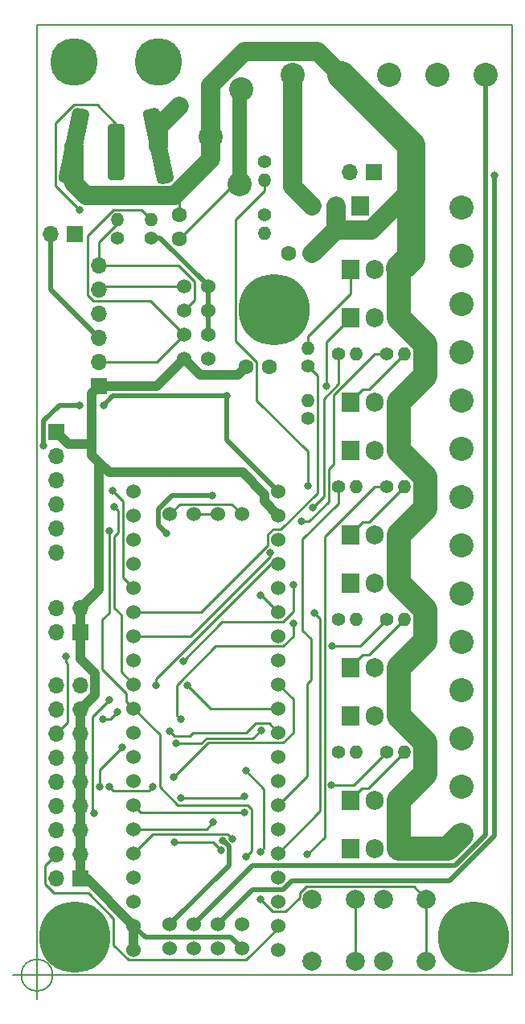
<source format=gbr>
%TF.GenerationSoftware,KiCad,Pcbnew,(5.99.0-1450-gc67d5d7f2)*%
%TF.CreationDate,2020-04-28T18:22:32-07:00*%
%TF.ProjectId,DMX_CTRL,444d585f-4354-4524-9c2e-6b696361645f,rev?*%
%TF.SameCoordinates,PX4c4b400PY8f0d180*%
%TF.FileFunction,Copper,L1,Top*%
%TF.FilePolarity,Positive*%
%FSLAX46Y46*%
G04 Gerber Fmt 4.6, Leading zero omitted, Abs format (unit mm)*
G04 Created by KiCad (PCBNEW (5.99.0-1450-gc67d5d7f2)) date 2020-04-28 18:22:32*
%MOMM*%
%LPD*%
G01*
G04 APERTURE LIST*
%TA.AperFunction,Profile*%
%ADD10C,0.150000*%
%TD*%
%TA.AperFunction,ComponentPad*%
%ADD11C,1.524000*%
%TD*%
%TA.AperFunction,ComponentPad*%
%ADD12O,1.905000X2.000000*%
%TD*%
%TA.AperFunction,ComponentPad*%
%ADD13R,1.905000X2.000000*%
%TD*%
%TA.AperFunction,ComponentPad*%
%ADD14C,5.000000*%
%TD*%
%TA.AperFunction,ComponentPad*%
%ADD15C,2.000000*%
%TD*%
%TA.AperFunction,ComponentPad*%
%ADD16O,1.400000X1.400000*%
%TD*%
%TA.AperFunction,ComponentPad*%
%ADD17C,1.400000*%
%TD*%
%TA.AperFunction,ComponentPad*%
%ADD18C,7.500000*%
%TD*%
%TA.AperFunction,ComponentPad*%
%ADD19C,2.540000*%
%TD*%
%TA.AperFunction,ComponentPad*%
%ADD20C,1.600000*%
%TD*%
%TA.AperFunction,ComponentPad*%
%ADD21R,1.700000X1.700000*%
%TD*%
%TA.AperFunction,ComponentPad*%
%ADD22O,1.700000X1.700000*%
%TD*%
%TA.AperFunction,ViaPad*%
%ADD23C,0.800000*%
%TD*%
%TA.AperFunction,Conductor*%
%ADD24C,0.250000*%
%TD*%
%TA.AperFunction,Conductor*%
%ADD25C,0.500000*%
%TD*%
%TA.AperFunction,Conductor*%
%ADD26C,2.500000*%
%TD*%
%TA.AperFunction,Conductor*%
%ADD27C,2.000000*%
%TD*%
%TA.AperFunction,Conductor*%
%ADD28C,3.000000*%
%TD*%
%TA.AperFunction,Conductor*%
%ADD29C,1.000000*%
%TD*%
%TA.AperFunction,Conductor*%
%ADD30C,1.500000*%
%TD*%
G04 APERTURE END LIST*
D10*
X1666666Y0D02*
G75*
G03*
X1666666Y0I-1666666J0D01*
G01*
X-2500000Y0D02*
X2500000Y0D01*
X0Y2500000D02*
X0Y-2500000D01*
X0Y100000000D02*
X0Y0D01*
X50000000Y100000000D02*
X0Y100000000D01*
X50000000Y0D02*
X50000000Y100000000D01*
X0Y0D02*
X50000000Y0D01*
D11*
X10170000Y2680000D03*
X10170000Y15380000D03*
X10170000Y33160000D03*
X10170000Y43320000D03*
X10170000Y5220000D03*
X10170000Y28080000D03*
X10170000Y10300000D03*
X10170000Y12840000D03*
X10170000Y7760000D03*
X10170000Y30620000D03*
X10170000Y25540000D03*
X10170000Y38240000D03*
X10170000Y17920000D03*
X10170000Y45860000D03*
X10170000Y40780000D03*
X10170000Y35700000D03*
X10170000Y48400000D03*
X10170000Y23000000D03*
X10170000Y50940000D03*
X10170000Y20460000D03*
X25410000Y2680000D03*
X25410000Y5220000D03*
X25410000Y7760000D03*
X25410000Y10300000D03*
X25410000Y12840000D03*
X25410000Y20460000D03*
X25410000Y15380000D03*
X25410000Y17920000D03*
X25410000Y23000000D03*
X25410000Y25540000D03*
X25410000Y28080000D03*
X25410000Y33160000D03*
X25410000Y30620000D03*
X25410000Y35700000D03*
X25410000Y38240000D03*
X25410000Y45860000D03*
X25410000Y40780000D03*
X25410000Y43320000D03*
X25410000Y48400000D03*
X25410000Y50940000D03*
D12*
X28920000Y81000000D03*
X31460000Y81000000D03*
D13*
X34000000Y81000000D03*
D12*
X38100000Y13335000D03*
X35560000Y13335000D03*
D13*
X33020000Y13335000D03*
D12*
X38100000Y18415000D03*
X35560000Y18415000D03*
D13*
X33020000Y18415000D03*
D12*
X38100000Y27305000D03*
X35560000Y27305000D03*
D13*
X33020000Y27305000D03*
D12*
X38100000Y32385000D03*
X35560000Y32385000D03*
D13*
X33020000Y32385000D03*
D12*
X38100000Y41275000D03*
X35560000Y41275000D03*
D13*
X33020000Y41275000D03*
D12*
X38100000Y46355000D03*
X35560000Y46355000D03*
D13*
X33020000Y46355000D03*
D12*
X38100000Y60325000D03*
X35560000Y60325000D03*
D13*
X33020000Y60325000D03*
D12*
X38100000Y55245000D03*
X35560000Y55245000D03*
D13*
X33020000Y55245000D03*
D12*
X38100000Y69215000D03*
X35560000Y69215000D03*
D13*
X33020000Y69215000D03*
D12*
X38100000Y74295000D03*
X35560000Y74295000D03*
D13*
X33020000Y74295000D03*
D11*
X21620000Y2780000D03*
X19080000Y2780000D03*
X16540000Y2780000D03*
X14000000Y2780000D03*
X14000000Y5320000D03*
X16540000Y5320000D03*
X19080000Y5320000D03*
X21620000Y5320000D03*
X21620000Y48500000D03*
X19080000Y48500000D03*
X16540000Y48500000D03*
X14000000Y48500000D03*
D14*
X12780000Y96160000D03*
X3890000Y96160000D03*
%TA.AperFunction,SMDPad,CuDef*%
G36*
G01*
X14051813Y83450970D02*
X13171480Y83263850D01*
G75*
G02*
X12637754Y83610456I-93560J440166D01*
G01*
X11161581Y90555304D01*
G75*
G02*
X11508187Y91089030I440166J93560D01*
G01*
X12388520Y91276150D01*
G75*
G02*
X12922246Y90929544I93560J-440166D01*
G01*
X14398419Y83984696D01*
G75*
G02*
X14051813Y83450970I-440166J-93560D01*
G01*
G37*
%TD.AperFunction*%
%TA.AperFunction,SMDPad,CuDef*%
G36*
G01*
X8785000Y83635000D02*
X7885000Y83635000D01*
G75*
G02*
X7435000Y84085000I0J450000D01*
G01*
X7435000Y89185000D01*
G75*
G02*
X7885000Y89635000I450000J0D01*
G01*
X8785000Y89635000D01*
G75*
G02*
X9235000Y89185000I0J-450000D01*
G01*
X9235000Y84085000D01*
G75*
G02*
X8785000Y83635000I-450000J0D01*
G01*
G37*
%TD.AperFunction*%
%TA.AperFunction,SMDPad,CuDef*%
G36*
G01*
X3498520Y83263849D02*
X2618187Y83450970D01*
G75*
G02*
X2271581Y83984696I93560J440166D01*
G01*
X3747754Y90929544D01*
G75*
G02*
X4281480Y91276150I440166J-93560D01*
G01*
X5161813Y91089030D01*
G75*
G02*
X5508419Y90555304I-93560J-440166D01*
G01*
X4032246Y83610456D01*
G75*
G02*
X3498520Y83263850I-440166J93560D01*
G01*
G37*
%TD.AperFunction*%
D15*
X41000000Y1500000D03*
X36500000Y1500000D03*
X41000000Y8000000D03*
X36500000Y8000000D03*
D16*
X12000000Y79500000D03*
D17*
X12000000Y77600000D03*
D16*
X8500000Y79500000D03*
D17*
X8500000Y77600000D03*
D18*
X46000000Y4000000D03*
D11*
X18040000Y72500000D03*
X18040000Y69960000D03*
X18040000Y67420000D03*
X18040000Y64880000D03*
X15500000Y64880000D03*
X15500000Y67420000D03*
X15500000Y69960000D03*
X15500000Y72500000D03*
D17*
X24000000Y85600000D03*
D16*
X24000000Y83700000D03*
D19*
X21500000Y93218000D03*
X21300000Y83218000D03*
X18300000Y88218000D03*
D20*
X15000000Y77500000D03*
X15000000Y80000000D03*
X26500000Y76000000D03*
X29000000Y76000000D03*
X24500000Y64000000D03*
X22000000Y64000000D03*
D18*
X4000000Y4000000D03*
X25000000Y70000000D03*
D21*
X4572000Y36068000D03*
D22*
X2032000Y36068000D03*
X4572000Y38608000D03*
X2032000Y38608000D03*
D21*
X4572000Y10160000D03*
D22*
X2032000Y10160000D03*
X4572000Y12700000D03*
X2032000Y12700000D03*
X4572000Y15240000D03*
X2032000Y15240000D03*
X4572000Y17780000D03*
X2032000Y17780000D03*
X4572000Y20320000D03*
X2032000Y20320000D03*
X4572000Y22860000D03*
X2032000Y22860000D03*
X4572000Y25400000D03*
X2032000Y25400000D03*
X4572000Y27940000D03*
X2032000Y27940000D03*
X4572000Y30480000D03*
X2032000Y30480000D03*
X32960000Y84500000D03*
D21*
X35500000Y84500000D03*
X2000000Y57150000D03*
D22*
X2000000Y54610000D03*
X2000000Y52070000D03*
X2000000Y49530000D03*
X2000000Y46990000D03*
X2000000Y44450000D03*
D21*
X4000000Y78000000D03*
D22*
X1460000Y78000000D03*
X6500000Y74700000D03*
X6500000Y72160000D03*
X6500000Y69620000D03*
X6500000Y67080000D03*
X6500000Y64540000D03*
D21*
X6500000Y62000000D03*
D17*
X31750000Y65405000D03*
D16*
X33650000Y65405000D03*
X38730000Y51435000D03*
D17*
X36830000Y51435000D03*
X31750000Y51435000D03*
D16*
X33650000Y51435000D03*
X38730000Y37465000D03*
D17*
X36830000Y37465000D03*
X31750000Y37465000D03*
D16*
X33650000Y37465000D03*
X38730000Y23495000D03*
D17*
X36830000Y23495000D03*
D16*
X33650000Y23495000D03*
D17*
X31750000Y23495000D03*
X28500000Y64100000D03*
D16*
X28500000Y66000000D03*
D17*
X28500000Y58600000D03*
D16*
X28500000Y60500000D03*
X38730000Y65405000D03*
D17*
X36830000Y65405000D03*
D16*
X24000000Y78100000D03*
D17*
X24000000Y80000000D03*
D15*
X33500000Y1500000D03*
X29000000Y1500000D03*
X33500000Y8000000D03*
X29000000Y8000000D03*
D19*
X44704000Y14732000D03*
X44704000Y19812000D03*
X44704000Y24892000D03*
X44704000Y29972000D03*
X44704000Y35052000D03*
X44704000Y40132000D03*
X44704000Y45212000D03*
X44704000Y50292000D03*
X44704000Y55372000D03*
X44704000Y60452000D03*
X44704000Y65532000D03*
X44704000Y70612000D03*
X44704000Y75692000D03*
X44704000Y80772000D03*
X26924000Y94742000D03*
X32004000Y94742000D03*
X37084000Y94742000D03*
X42164000Y94742000D03*
X47244000Y94742000D03*
D23*
X48200000Y84200000D03*
X6600000Y19800000D03*
X9000000Y24000000D03*
X4500000Y80500000D03*
X6000000Y17000000D03*
X21875032Y17142299D03*
X18576596Y16101915D03*
X19374089Y13151231D03*
X13638009Y46482102D03*
X14674957Y24379349D03*
X15374968Y33020000D03*
X15124968Y18675021D03*
X15124968Y26924000D03*
X21875032Y18792869D03*
X19539263Y14137507D03*
X15824979Y30543852D03*
X23500000Y8000000D03*
X14399958Y20828000D03*
X20617852Y14367567D03*
X14500000Y14000000D03*
X31000000Y20000000D03*
X27000000Y37000000D03*
X18500000Y50500000D03*
X22000000Y12500000D03*
X30497891Y62002109D03*
X699999Y55699999D03*
X4500000Y60000000D03*
X7000000Y60000000D03*
X20000000Y61000000D03*
X24549154Y44450846D03*
X23500000Y13000000D03*
X28500000Y51500000D03*
X22000000Y21500000D03*
X23500000Y40000000D03*
X15000000Y91500000D03*
X12500000Y30500000D03*
X8000000Y51000000D03*
X27031474Y41090202D03*
X27852639Y47752000D03*
X31089032Y34634153D03*
X23585010Y25781605D03*
X28448000Y12700000D03*
X29244943Y38144263D03*
X29027659Y49204341D03*
X7620000Y46736000D03*
X8128000Y49276000D03*
X13965340Y25658660D03*
X6986362Y26976720D03*
X8472313Y27750688D03*
X3048000Y33528000D03*
X12192000Y19812000D03*
X7620000Y19812000D03*
X7620000Y28956000D03*
D24*
X28500000Y55136410D02*
X28500000Y51500000D01*
X12000000Y79500000D02*
X10974999Y80525001D01*
X5324999Y71595999D02*
X5935999Y70984999D01*
X10974999Y80525001D02*
X8007999Y80525001D01*
X8007999Y80525001D02*
X5324999Y77842001D01*
X5324999Y77842001D02*
X5324999Y71595999D01*
X11935001Y70984999D02*
X15500000Y67420000D01*
X5935999Y70984999D02*
X11935001Y70984999D01*
D25*
X48200000Y84200000D02*
X48200000Y14692436D01*
X48200000Y14692436D02*
X43407576Y9900012D01*
X18040000Y69960000D02*
X18040000Y67420000D01*
X18040000Y72500000D02*
X18040000Y69960000D01*
X12000000Y77600000D02*
X12989949Y77600000D01*
X12989949Y77600000D02*
X18040000Y72549949D01*
X18040000Y72549949D02*
X18040000Y72500000D01*
X1460000Y78000000D02*
X1460000Y72120000D01*
X1460000Y72120000D02*
X6500000Y67080000D01*
D24*
X9000000Y24000000D02*
X6600000Y21600000D01*
X6000000Y17000000D02*
X5874998Y17125002D01*
X5874998Y27210998D02*
X7620000Y28956000D01*
X5874998Y17125002D02*
X5874998Y27210998D01*
X6600000Y21600000D02*
X6600000Y19800000D01*
X21912999Y1592999D02*
X22041761Y1592999D01*
X22041761Y1592999D02*
X25410000Y4961238D01*
X25410000Y4961238D02*
X25410000Y5220000D01*
X20924999Y79524999D02*
X24000000Y82600000D01*
X24000000Y82600000D02*
X24000000Y83700000D01*
D26*
X38100000Y32385000D02*
X40880001Y35165001D01*
X40880001Y35165001D02*
X40880001Y38494999D01*
X40880001Y38494999D02*
X38100000Y41275000D01*
X38100000Y18415000D02*
X40880001Y21195001D01*
X40880001Y24524999D02*
X38100000Y27305000D01*
X40880001Y21195001D02*
X40880001Y24524999D01*
X38100000Y13335000D02*
X43307000Y13335000D01*
X43307000Y13335000D02*
X44704000Y14732000D01*
X38100000Y18415000D02*
X38100000Y13335000D01*
X38100000Y32385000D02*
X38100000Y27305000D01*
X38100000Y46355000D02*
X38100000Y41275000D01*
X38100000Y55245000D02*
X40880001Y52464999D01*
X40880001Y52464999D02*
X40880001Y49135001D01*
X40880001Y49135001D02*
X38100000Y46355000D01*
X38100000Y60325000D02*
X38100000Y55245000D01*
X38100000Y69215000D02*
X40880001Y66434999D01*
X40880001Y66434999D02*
X40880001Y63105001D01*
X40880001Y63105001D02*
X38100000Y60325000D01*
X38100000Y69215000D02*
X38100000Y74295000D01*
D27*
X26924000Y94742000D02*
X26924000Y82996000D01*
X26924000Y82996000D02*
X28920000Y81000000D01*
D28*
X39370000Y87376000D02*
X39370000Y82630000D01*
X39370000Y82630000D02*
X39370000Y75565000D01*
D27*
X31460000Y78460000D02*
X35200000Y78460000D01*
X35200000Y78460000D02*
X39370000Y82630000D01*
X31460000Y81000000D02*
X31460000Y78460000D01*
X31460000Y78460000D02*
X29000000Y76000000D01*
D28*
X39370000Y75565000D02*
X38212510Y74407510D01*
D24*
X6366099Y91603901D02*
X8335000Y89635000D01*
X4500000Y80500000D02*
X1943831Y83056169D01*
X1943831Y83056169D02*
X1943831Y89685011D01*
X1943831Y89685011D02*
X3862721Y91603901D01*
X3862721Y91603901D02*
X6366099Y91603901D01*
X8335000Y89635000D02*
X8335000Y86635000D01*
X6500000Y64540000D02*
X12620000Y64540000D01*
X12620000Y64540000D02*
X15500000Y67420000D01*
X17314897Y24379349D02*
X14674957Y24379349D01*
X17838557Y24903010D02*
X17314897Y24379349D01*
X18024957Y24452999D02*
X14399958Y20828000D01*
X22706415Y24903010D02*
X17838557Y24903010D01*
X25931761Y24452999D02*
X18024957Y24452999D01*
X23585010Y25781605D02*
X22706415Y24903010D01*
X25410000Y30620000D02*
X27000000Y29030000D01*
X27000000Y29030000D02*
X27000000Y25521238D01*
X27000000Y25521238D02*
X25931761Y24452999D01*
D25*
X21620000Y2780000D02*
X20407999Y3992001D01*
X11397999Y3992001D02*
X10170000Y5220000D01*
X20407999Y3992001D02*
X11397999Y3992001D01*
X26803774Y9900012D02*
X25875763Y8972001D01*
D24*
X39674999Y9325001D02*
X41000000Y8000000D01*
D25*
X43407576Y9900012D02*
X26803774Y9900012D01*
X25875763Y8972001D02*
X22732001Y8972001D01*
D24*
X25410000Y28080000D02*
X18288831Y28080000D01*
X12204942Y14874942D02*
X20110477Y14874942D01*
D25*
X18500000Y50500000D02*
X14206238Y50500000D01*
D24*
X17854681Y15380000D02*
X18576596Y16101915D01*
X10170000Y12840000D02*
X12204942Y14874942D01*
X23500000Y8000000D02*
X24827001Y6672999D01*
X14724969Y27323999D02*
X15124968Y26924000D01*
X27000000Y35681238D02*
X25931761Y34612999D01*
X19507967Y37152999D02*
X15374968Y33020000D01*
D25*
X12787999Y47332112D02*
X13638009Y46482102D01*
D24*
X22223034Y17867301D02*
X22600034Y17490301D01*
X10170000Y28080000D02*
X12917001Y25332999D01*
D25*
X14206238Y50500000D02*
X12787999Y49081761D01*
X12787999Y49081761D02*
X12787999Y47332112D01*
D24*
X14724969Y30516846D02*
X14724969Y27323999D01*
X12500000Y31218034D02*
X24601966Y43320000D01*
X15124968Y18675021D02*
X21757184Y18675021D01*
X18288831Y28080000D02*
X15824979Y30543852D01*
X27031474Y41090202D02*
X27031474Y38252712D01*
X14500000Y14000000D02*
X18525320Y14000000D01*
X12917001Y19809984D02*
X14859684Y17867301D01*
X25931761Y37152999D02*
X19507967Y37152999D01*
X22000000Y21500000D02*
X23899999Y19600001D01*
X12500000Y30500000D02*
X12500000Y31218034D01*
X24601966Y43320000D02*
X25410000Y43320000D01*
D25*
X22732001Y8972001D02*
X19080000Y5320000D01*
D24*
X12917001Y25332999D02*
X12917001Y19809984D01*
X22600034Y13100034D02*
X22000000Y12500000D01*
X21757184Y18675021D02*
X21875032Y18792869D01*
D25*
X20224090Y11544090D02*
X20224090Y13559232D01*
D24*
X10170000Y17920000D02*
X10947701Y17142299D01*
X25931761Y34612999D02*
X18821122Y34612999D01*
X23899999Y13399999D02*
X23500000Y13000000D01*
X14859684Y17867301D02*
X22223034Y17867301D01*
X23899999Y19600001D02*
X23899999Y13399999D01*
X27031474Y38252712D02*
X25931761Y37152999D01*
X18821122Y34612999D02*
X14724969Y30516846D01*
X18525320Y14000000D02*
X19374089Y13151231D01*
D25*
X19645815Y14137507D02*
X19539263Y14137507D01*
D24*
X10947701Y17142299D02*
X21875032Y17142299D01*
X10170000Y15380000D02*
X17854681Y15380000D01*
X22600034Y17490301D02*
X22600034Y13100034D01*
X24827001Y6672999D02*
X26172999Y6672999D01*
X20110477Y14874942D02*
X20617852Y14367567D01*
D25*
X14000000Y5320000D02*
X20224090Y11544090D01*
X20224090Y13559232D02*
X19645815Y14137507D01*
D24*
X27000000Y37000000D02*
X27000000Y35681238D01*
X26172999Y6672999D02*
X27674999Y8174999D01*
X27674999Y8174999D02*
X27674999Y8636001D01*
X27674999Y8636001D02*
X28363999Y9325001D01*
X28363999Y9325001D02*
X39674999Y9325001D01*
X23125001Y60511409D02*
X28500000Y55136410D01*
X20924999Y66740003D02*
X23125001Y64540001D01*
X23125001Y64540001D02*
X23125001Y60511409D01*
X20924999Y79524999D02*
X20924999Y66740003D01*
X36830000Y51435000D02*
X35562498Y51435000D01*
X30274999Y46147501D02*
X30274999Y14526999D01*
X35562498Y51435000D02*
X30274999Y46147501D01*
X29824988Y17254988D02*
X29824988Y37564218D01*
X30274999Y14526999D02*
X28448000Y12700000D01*
X31000000Y20000000D02*
X33335000Y20000000D01*
X29824988Y37564218D02*
X29244943Y38144263D01*
X25410000Y12840000D02*
X29824988Y17254988D01*
X33335000Y20000000D02*
X36830000Y23495000D01*
X28500000Y64100000D02*
X29525001Y63074999D01*
X25697317Y46947001D02*
X24888239Y46947001D01*
X29525001Y63074999D02*
X29525001Y50774685D01*
X29525001Y50774685D02*
X25697317Y46947001D01*
X24888239Y46947001D02*
X24322999Y46381761D01*
X30497891Y66692891D02*
X30497891Y62002109D01*
X33020000Y69215000D02*
X30497891Y66692891D01*
X28500000Y66000000D02*
X28500000Y67232502D01*
X28500000Y67232502D02*
X33020000Y71752502D01*
X33020000Y71752502D02*
X33020000Y74295000D01*
D25*
X20000000Y61000000D02*
X8000000Y61000000D01*
X8000000Y61000000D02*
X7000000Y60000000D01*
X4500000Y60000000D02*
X2339998Y60000000D01*
X2339998Y60000000D02*
X699999Y58360001D01*
X699999Y58360001D02*
X699999Y55699999D01*
X20000000Y56350000D02*
X20000000Y61000000D01*
X25410000Y50940000D02*
X20000000Y56350000D01*
D24*
X24549154Y44067916D02*
X24549154Y44450846D01*
X16181238Y35700000D02*
X24549154Y44067916D01*
X10170000Y35700000D02*
X16181238Y35700000D01*
X10170000Y38240000D02*
X17313002Y38240000D01*
X24322999Y45249997D02*
X24322999Y46381761D01*
X17313002Y38240000D02*
X24322999Y45249997D01*
X21500000Y48380000D02*
X21620000Y48500000D01*
X23650000Y40000000D02*
X23500000Y40000000D01*
X25410000Y38240000D02*
X23650000Y40000000D01*
X16540000Y48500000D02*
X19080000Y48500000D01*
X14000000Y48500000D02*
X15087001Y49587001D01*
X15087001Y49587001D02*
X20532999Y49587001D01*
X20532999Y49587001D02*
X21620000Y48500000D01*
X6500000Y67880998D02*
X6500000Y67080000D01*
X6500000Y74700000D02*
X6500000Y77117002D01*
X8500000Y79117002D02*
X8500000Y79500000D01*
X6500000Y77117002D02*
X8500000Y79117002D01*
X15500000Y69960000D02*
X16587001Y71047001D01*
X16587001Y71047001D02*
X16587001Y73021761D01*
X14908762Y74700000D02*
X6500000Y74700000D01*
X16587001Y73021761D02*
X14908762Y74700000D01*
X15500000Y72500000D02*
X6840000Y72500000D01*
X6840000Y72500000D02*
X6500000Y72160000D01*
D29*
X15500000Y64880000D02*
X17179999Y63200001D01*
X17179999Y63200001D02*
X21200001Y63200001D01*
X21200001Y63200001D02*
X22000000Y64000000D01*
D24*
X15000000Y80000000D02*
X15000000Y81508356D01*
X15000000Y81508356D02*
X14451573Y82056783D01*
X15000000Y77500000D02*
X20718000Y83218000D01*
X20718000Y83218000D02*
X21300000Y83218000D01*
D27*
X12780000Y89280000D02*
X15000000Y91500000D01*
X12780000Y87270000D02*
X12780000Y89280000D01*
X18300000Y88218000D02*
X18300000Y85905210D01*
X18300000Y85905210D02*
X14451573Y82056783D01*
X14451573Y82056783D02*
X5205421Y82056783D01*
X5205421Y82056783D02*
X3890000Y83372204D01*
X3890000Y83372204D02*
X3890000Y87270000D01*
X32004000Y94742000D02*
X29533999Y97212001D01*
X29533999Y97212001D02*
X21838399Y97212001D01*
X18300000Y93673602D02*
X18300000Y88218000D01*
X21838399Y97212001D02*
X18300000Y93673602D01*
D30*
X21300000Y83218000D02*
X21300000Y93018000D01*
X21300000Y93018000D02*
X21500000Y93218000D01*
D25*
X47244000Y50286398D02*
X47244000Y14726398D01*
X47244000Y14726398D02*
X44029603Y11512001D01*
X44029603Y11512001D02*
X22732001Y11512001D01*
X22732001Y11512001D02*
X16540000Y5320000D01*
D24*
X33500000Y1500000D02*
X33500000Y8000000D01*
X41000000Y1500000D02*
X41000000Y8000000D01*
D29*
X6500000Y62000000D02*
X12620000Y62000000D01*
X12620000Y62000000D02*
X15500000Y64880000D01*
X5755000Y55880000D02*
X5755000Y61255000D01*
X5755000Y61255000D02*
X6500000Y62000000D01*
X16220174Y52917989D02*
X7585641Y52917989D01*
X7585641Y52917989D02*
X6519998Y53983632D01*
D24*
X9082999Y49917001D02*
X8000000Y51000000D01*
X9082999Y41867001D02*
X9082999Y49917001D01*
X10170000Y40780000D02*
X9082999Y41867001D01*
D25*
X47244000Y94742000D02*
X47244000Y50286398D01*
D24*
X35562498Y65405000D02*
X31205001Y61047503D01*
X27852639Y47752000D02*
X28648320Y47752000D01*
X31205001Y53753999D02*
X30724999Y53273997D01*
X31205001Y61047503D02*
X31205001Y53753999D01*
X30724999Y53273997D02*
X30724999Y49828679D01*
X36830000Y65405000D02*
X35562498Y65405000D01*
X30724999Y49828679D02*
X28648320Y47752000D01*
X36830000Y37465000D02*
X33999153Y34634153D01*
X31089032Y34634153D02*
X33999153Y34634153D01*
X31750000Y51435000D02*
X31750000Y49653000D01*
X31750000Y49653000D02*
X27976998Y45879998D01*
X25410000Y17920000D02*
X28448000Y20958000D01*
X28448000Y30713988D02*
X28448000Y20958000D01*
X27976998Y36279952D02*
X28854976Y35401974D01*
X28854976Y31120964D02*
X28448000Y30713988D01*
X27976998Y45879998D02*
X27976998Y36279952D01*
X28854976Y35401974D02*
X28854976Y31120964D01*
X31750000Y62228913D02*
X30189001Y60667914D01*
X30189001Y60667914D02*
X30189001Y50365683D01*
X29027659Y49204341D02*
X30189001Y50365683D01*
X31750000Y65405000D02*
X31750000Y62228913D01*
X33020000Y60372500D02*
X34297510Y61650010D01*
X34297510Y61650010D02*
X34975010Y61650010D01*
X34975010Y61650010D02*
X38730000Y65405000D01*
X33020000Y18462500D02*
X34222500Y19665000D01*
X34222500Y19665000D02*
X34900000Y19665000D01*
X34900000Y19665000D02*
X38730000Y23495000D01*
X33020000Y32432500D02*
X34297510Y33710010D01*
X34297510Y33710010D02*
X34975010Y33710010D01*
X34975010Y33710010D02*
X38730000Y37465000D01*
X33020000Y46402500D02*
X34297510Y47680010D01*
X34297510Y47680010D02*
X34975010Y47680010D01*
X34975010Y47680010D02*
X38730000Y51435000D01*
X7620000Y38157004D02*
X7620000Y46736000D01*
X9408001Y29650997D02*
X6894998Y32164000D01*
X6894998Y37432002D02*
X7620000Y38157004D01*
X10170000Y28080000D02*
X9408001Y28841999D01*
X6894998Y32164000D02*
X6894998Y37432002D01*
X9408001Y28841999D02*
X9408001Y29650997D01*
X8128000Y46170996D02*
X8128000Y38665004D01*
X8527999Y46570995D02*
X8128000Y46170996D01*
X8527999Y48876001D02*
X8527999Y46570995D01*
X8853002Y31936998D02*
X10170000Y30620000D01*
X8853002Y37940002D02*
X8853002Y31936998D01*
X8128000Y38665004D02*
X8853002Y37940002D01*
X8128000Y49276000D02*
X8527999Y48876001D01*
X24443394Y26506606D02*
X23015331Y26506606D01*
X25410000Y25540000D02*
X24443394Y26506606D01*
X22048725Y25540000D02*
X16453002Y25540000D01*
X14441001Y25182999D02*
X14365339Y25258661D01*
X16096001Y25182999D02*
X14441001Y25182999D01*
X14365339Y25258661D02*
X13965340Y25658660D01*
X16453002Y25540000D02*
X16096001Y25182999D01*
X23015331Y26506606D02*
X22048725Y25540000D01*
X6986362Y26976720D02*
X7698345Y26976720D01*
X7698345Y26976720D02*
X8472313Y27750688D01*
X3048000Y33528000D02*
X3048000Y32962315D01*
X3048000Y32962315D02*
X3207001Y32803314D01*
X3207001Y32803314D02*
X3207001Y26575001D01*
X2032000Y25400000D02*
X3207001Y26575001D01*
X7620000Y19812000D02*
X8059001Y19372999D01*
X8059001Y19372999D02*
X11752999Y19372999D01*
X11752999Y19372999D02*
X12192000Y19812000D01*
X5395002Y8636000D02*
X1816998Y8636000D01*
X1816998Y8636000D02*
X856999Y9595999D01*
X856999Y9595999D02*
X856999Y11524999D01*
X856999Y11524999D02*
X2032000Y12700000D01*
X8075001Y3166237D02*
X8075001Y5956001D01*
X9648239Y1592999D02*
X8075001Y3166237D01*
X21912999Y1592999D02*
X9648239Y1592999D01*
X8075001Y5956001D02*
X5395002Y8636000D01*
D29*
X25410000Y48400000D02*
X23947999Y49862001D01*
X23947999Y49862001D02*
X23947999Y50605763D01*
X23947999Y50605763D02*
X21635773Y52917989D01*
X21635773Y52917989D02*
X16220174Y52917989D01*
D28*
X32004000Y94742000D02*
X39370000Y87376000D01*
D29*
X4572000Y27940000D02*
X6122001Y29490001D01*
X4572000Y33320257D02*
X4572000Y38608000D01*
X6122001Y29490001D02*
X6122001Y31770256D01*
X6122001Y31770256D02*
X4572000Y33320257D01*
X4572000Y25400000D02*
X4572000Y27598288D01*
X5755000Y54748630D02*
X5755000Y55880000D01*
X4572000Y38608000D02*
X6519998Y40555998D01*
X6519998Y53983632D02*
X5755000Y54748630D01*
X6519998Y40555998D02*
X6519998Y53983632D01*
X10170000Y5220000D02*
X5230000Y10160000D01*
X5755000Y55880000D02*
X3270000Y55880000D01*
X3270000Y55880000D02*
X2000000Y57150000D01*
X4572000Y22860000D02*
X4572000Y25400000D01*
X4572000Y20320000D02*
X4572000Y22860000D01*
X4572000Y17780000D02*
X4572000Y20320000D01*
X4572000Y15240000D02*
X4572000Y17780000D01*
X4572000Y12700000D02*
X4572000Y15240000D01*
X4572000Y10160000D02*
X4572000Y12700000D01*
X10170000Y2680000D02*
X10170000Y5220000D01*
M02*

</source>
